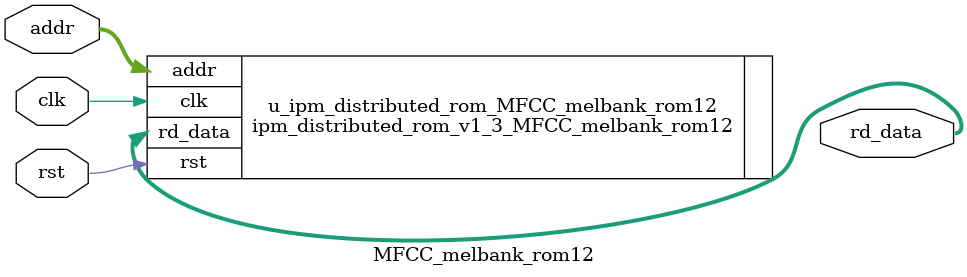
<source format=v>


`timescale 1 ns / 1 ps
module MFCC_melbank_rom12
    (
     addr        ,
     rst         ,
     clk         ,
     rd_data
    );

    localparam ADDR_WIDTH = 9 ; //@IPC int 4,10

    localparam DATA_WIDTH = 8 ; //@IPC int 1,256

    localparam RST_TYPE = "ASYNC" ; //@IPC enum ASYNC,SYNC

    localparam OUT_REG = 0 ; //@IPC bool

    localparam INIT_ENABLE = 1 ; //@IPC bool

    localparam INIT_FILE = "D:/PDS_FPGA/Audio_test/ipcore/MFCC_melbank_rom12/rtl/output11_MFCC_melbank_rom12.dat" ; //@IPC string

    localparam FILE_FORMAT = "BIN" ; //@IPC enum BIN,HEX


     output   wire  [DATA_WIDTH-1:0]       rd_data ;
     input    wire  [ADDR_WIDTH-1:0]       addr    ;
     input                                 clk     ;
     input                                 rst     ;

ipm_distributed_rom_v1_3_MFCC_melbank_rom12
   #(
     .ADDR_WIDTH    (ADDR_WIDTH     ), //address width   range:4-10
     .DATA_WIDTH    (DATA_WIDTH     ), //data width      range:4-256
     .RST_TYPE      (RST_TYPE       ), //reset type   "ASYNC_RESET" "SYNC_RESET"
     .OUT_REG       (OUT_REG        ), //output options :non_register(0)  register(1)
     .INIT_FILE     (INIT_FILE      ), //legal value:"NONE" or "initial file name"
     .FILE_FORMAT   (FILE_FORMAT    )  //initial data format : "bin" or "hex"
    )u_ipm_distributed_rom_MFCC_melbank_rom12
    (
     .rd_data       (rd_data        ),
     .addr          (addr           ),
     .clk           (clk            ),
     .rst           (rst            )

    );
endmodule

</source>
